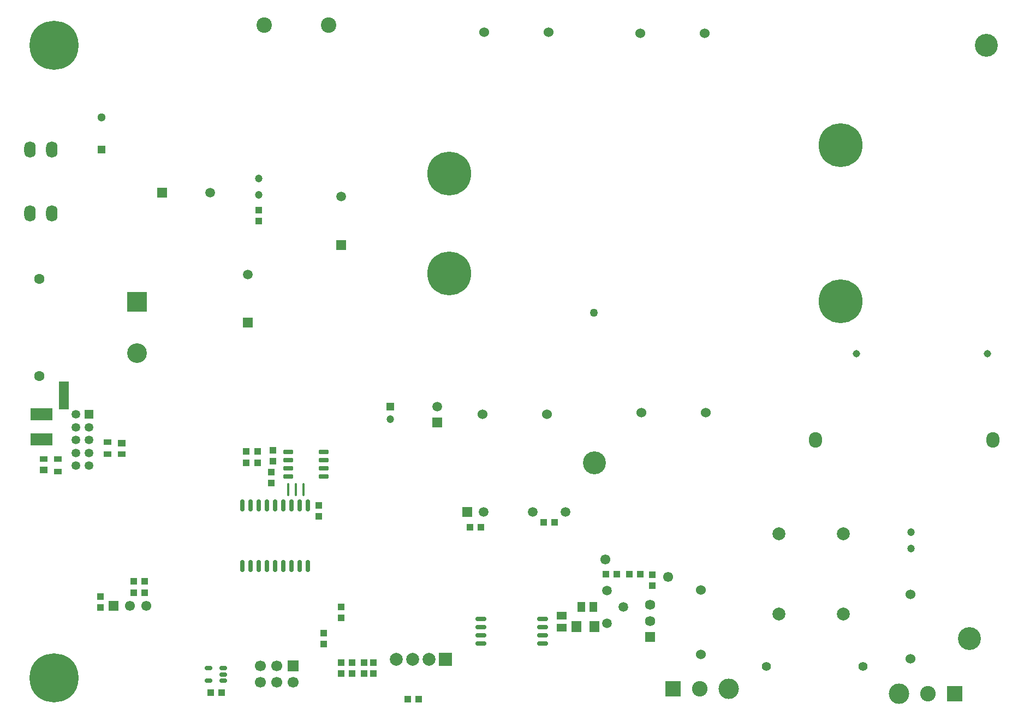
<source format=gbr>
%TF.GenerationSoftware,Altium Limited,Altium Designer,20.0.13 (296)*%
G04 Layer_Color=255*
%FSLAX26Y26*%
%MOIN*%
%TF.FileFunction,Pads,Bot*%
%TF.Part,Single*%
G01*
G75*
%TA.AperFunction,SMDPad,CuDef*%
%ADD18R,0.043000X0.039000*%
%ADD19R,0.039000X0.043000*%
%ADD20R,0.051181X0.059055*%
%ADD21R,0.059055X0.051181*%
%ADD23R,0.043307X0.039370*%
%ADD24R,0.039370X0.043307*%
%TA.AperFunction,ComponentPad*%
%ADD50O,0.070000X0.100000*%
%ADD51C,0.058661*%
%ADD52R,0.066929X0.066929*%
%ADD53C,0.066929*%
%ADD54C,0.050000*%
%ADD55C,0.267716*%
%ADD56C,0.061024*%
%ADD57C,0.125000*%
%ADD58C,0.095000*%
%ADD59R,0.095000X0.095000*%
%ADD60R,0.120000X0.120000*%
%ADD61C,0.120000*%
%ADD62C,0.063000*%
%ADD63C,0.078740*%
%ADD64R,0.078740X0.078740*%
%ADD65R,0.061024X0.061024*%
%ADD66C,0.140000*%
%ADD67C,0.053150*%
%ADD68R,0.053150X0.053150*%
%ADD69C,0.047244*%
%ADD70C,0.059370*%
%ADD71R,0.059370X0.059370*%
%ADD72C,0.059055*%
%ADD73R,0.059055X0.059055*%
%ADD74R,0.051181X0.051181*%
%ADD75C,0.051181*%
%ADD76C,0.045000*%
%ADD77C,0.300000*%
%ADD78R,0.047244X0.047244*%
%ADD79R,0.062598X0.062598*%
%ADD80C,0.062598*%
%ADD81C,0.055118*%
%ADD82O,0.080000X0.095000*%
%ADD83C,0.060000*%
%ADD84R,0.059370X0.059370*%
%ADD85C,0.094488*%
%ADD86R,0.059055X0.059055*%
%TA.AperFunction,SMDPad,CuDef*%
G04:AMPARAMS|DCode=89|XSize=65.402mil|YSize=23.5mil|CornerRadius=5.875mil|HoleSize=0mil|Usage=FLASHONLY|Rotation=0.000|XOffset=0mil|YOffset=0mil|HoleType=Round|Shape=RoundedRectangle|*
%AMROUNDEDRECTD89*
21,1,0.065402,0.011750,0,0,0.0*
21,1,0.053652,0.023500,0,0,0.0*
1,1,0.011750,0.026826,-0.005875*
1,1,0.011750,-0.026826,-0.005875*
1,1,0.011750,-0.026826,0.005875*
1,1,0.011750,0.026826,0.005875*
%
%ADD89ROUNDEDRECTD89*%
G04:AMPARAMS|DCode=90|XSize=23.622mil|YSize=74.803mil|CornerRadius=5.906mil|HoleSize=0mil|Usage=FLASHONLY|Rotation=180.000|XOffset=0mil|YOffset=0mil|HoleType=Round|Shape=RoundedRectangle|*
%AMROUNDEDRECTD90*
21,1,0.023622,0.062992,0,0,180.0*
21,1,0.011811,0.074803,0,0,180.0*
1,1,0.011811,-0.005906,0.031496*
1,1,0.011811,0.005906,0.031496*
1,1,0.011811,0.005906,-0.031496*
1,1,0.011811,-0.005906,-0.031496*
%
%ADD90ROUNDEDRECTD90*%
G04:AMPARAMS|DCode=91|XSize=15.748mil|YSize=78.74mil|CornerRadius=3.937mil|HoleSize=0mil|Usage=FLASHONLY|Rotation=180.000|XOffset=0mil|YOffset=0mil|HoleType=Round|Shape=RoundedRectangle|*
%AMROUNDEDRECTD91*
21,1,0.015748,0.070866,0,0,180.0*
21,1,0.007874,0.078740,0,0,180.0*
1,1,0.007874,-0.003937,0.035433*
1,1,0.007874,0.003937,0.035433*
1,1,0.007874,0.003937,-0.035433*
1,1,0.007874,-0.003937,-0.035433*
%
%ADD91ROUNDEDRECTD91*%
G04:AMPARAMS|DCode=92|XSize=23.622mil|YSize=47.244mil|CornerRadius=5.906mil|HoleSize=0mil|Usage=FLASHONLY|Rotation=90.000|XOffset=0mil|YOffset=0mil|HoleType=Round|Shape=RoundedRectangle|*
%AMROUNDEDRECTD92*
21,1,0.023622,0.035433,0,0,90.0*
21,1,0.011811,0.047244,0,0,90.0*
1,1,0.011811,0.017717,0.005906*
1,1,0.011811,0.017717,-0.005906*
1,1,0.011811,-0.017717,-0.005906*
1,1,0.011811,-0.017717,0.005906*
%
%ADD92ROUNDEDRECTD92*%
%ADD93R,0.062992X0.070866*%
%ADD94R,0.133858X0.074803*%
%ADD95R,0.051181X0.043307*%
%ADD96R,0.051181X0.035433*%
G04:AMPARAMS|DCode=97|XSize=23.622mil|YSize=57.087mil|CornerRadius=2.008mil|HoleSize=0mil|Usage=FLASHONLY|Rotation=90.000|XOffset=0mil|YOffset=0mil|HoleType=Round|Shape=RoundedRectangle|*
%AMROUNDEDRECTD97*
21,1,0.023622,0.053071,0,0,90.0*
21,1,0.019606,0.057087,0,0,90.0*
1,1,0.004016,0.026535,0.009803*
1,1,0.004016,0.026535,-0.009803*
1,1,0.004016,-0.026535,-0.009803*
1,1,0.004016,-0.026535,0.009803*
%
%ADD97ROUNDEDRECTD97*%
%ADD98R,0.060000X0.060000*%
%ADD99R,0.060000X0.120000*%
D18*
X3760032Y853000D02*
D03*
X3826961D02*
D03*
X1269055Y132401D02*
D03*
X1202126D02*
D03*
X1420906Y1535000D02*
D03*
X1487835D02*
D03*
X1420906Y1605000D02*
D03*
X1487835D02*
D03*
X3615535Y853000D02*
D03*
X3682465D02*
D03*
D19*
X2065000Y314094D02*
D03*
Y247165D02*
D03*
X2000000Y313464D02*
D03*
Y246535D02*
D03*
X1892677Y427411D02*
D03*
Y494340D02*
D03*
X2138740Y246536D02*
D03*
Y313465D02*
D03*
X2195630Y246536D02*
D03*
Y313465D02*
D03*
X3900000Y852000D02*
D03*
Y785071D02*
D03*
X1495000Y3011535D02*
D03*
Y3078465D02*
D03*
D20*
X3539401Y653425D02*
D03*
X3464598D02*
D03*
D21*
X3345000Y527598D02*
D03*
Y602402D02*
D03*
D23*
X798465Y740000D02*
D03*
X731535D02*
D03*
X798465Y810000D02*
D03*
X731535D02*
D03*
X2406083Y90000D02*
D03*
X2473012D02*
D03*
X2786535Y1140000D02*
D03*
X2853465D02*
D03*
X3303465Y1170000D02*
D03*
X3236535D02*
D03*
D24*
X531000Y650535D02*
D03*
Y717465D02*
D03*
X1863110Y1206142D02*
D03*
Y1273071D02*
D03*
X2000000Y653465D02*
D03*
Y586535D02*
D03*
X1574370Y1476654D02*
D03*
Y1409725D02*
D03*
X1584370Y1610532D02*
D03*
Y1543602D02*
D03*
D50*
X100000Y3058561D02*
D03*
Y3449112D02*
D03*
X233858Y3058561D02*
D03*
Y3449112D02*
D03*
D51*
X3622000Y755000D02*
D03*
X3722000Y655000D02*
D03*
X3622000Y555000D02*
D03*
D52*
X1705000Y295000D02*
D03*
D53*
Y195000D02*
D03*
X1605000Y295000D02*
D03*
Y195000D02*
D03*
X1505000Y295000D02*
D03*
Y195000D02*
D03*
D54*
X3542209Y2452601D02*
D03*
D55*
X5050000Y2520000D02*
D03*
Y3475000D02*
D03*
X2660000Y3300000D02*
D03*
Y2690000D02*
D03*
D56*
X3613000Y945000D02*
D03*
X3995000Y838000D02*
D03*
X808032Y661417D02*
D03*
X708032D02*
D03*
D57*
X4365004Y155000D02*
D03*
X5407004Y125000D02*
D03*
D58*
X4190000Y155000D02*
D03*
X5582008Y125000D02*
D03*
D59*
X4027008Y155000D02*
D03*
X5745000Y125000D02*
D03*
D60*
X753000Y2516405D02*
D03*
D61*
Y2204595D02*
D03*
D62*
X155000Y2065000D02*
D03*
Y2656000D02*
D03*
D63*
X2335630Y335000D02*
D03*
X2535630D02*
D03*
X2435630D02*
D03*
X5065000Y1102126D02*
D03*
Y610000D02*
D03*
X4671299Y1102126D02*
D03*
Y610000D02*
D03*
D64*
X2635630Y335000D02*
D03*
D65*
X608032Y661417D02*
D03*
D66*
X3545000Y1535000D02*
D03*
X5835000Y460000D02*
D03*
X5940000Y4085000D02*
D03*
D67*
X458740Y1752480D02*
D03*
Y1673740D02*
D03*
X380000Y1752480D02*
D03*
Y1831220D02*
D03*
Y1673740D02*
D03*
X458740Y1516260D02*
D03*
Y1595000D02*
D03*
X380000Y1516260D02*
D03*
Y1595000D02*
D03*
D68*
X458740Y1831220D02*
D03*
D69*
X1495000Y3170000D02*
D03*
Y3270000D02*
D03*
X2300000Y1800000D02*
D03*
X5480000Y1110000D02*
D03*
Y1010000D02*
D03*
D70*
X3370000Y1233150D02*
D03*
X2870000D02*
D03*
X3170000D02*
D03*
X2585669Y1879213D02*
D03*
D71*
X2770000Y1233150D02*
D03*
D72*
X2000000Y3160276D02*
D03*
X1430000Y2685276D02*
D03*
X1200000Y3185000D02*
D03*
D73*
X2000000Y2865000D02*
D03*
X1430000Y2390000D02*
D03*
D74*
X535000Y3448150D02*
D03*
D75*
Y3645000D02*
D03*
D76*
X5145000Y2200000D02*
D03*
X5945394D02*
D03*
D77*
X245000Y220000D02*
D03*
Y4085000D02*
D03*
D78*
X2300000Y1878740D02*
D03*
D79*
X3887000Y470575D02*
D03*
D80*
Y667425D02*
D03*
Y569000D02*
D03*
D81*
X4594449Y290000D02*
D03*
X5185000D02*
D03*
D82*
X5980000Y1675000D02*
D03*
X4897323D02*
D03*
D83*
X3256850Y1830000D02*
D03*
X2863150D02*
D03*
X4195793Y363150D02*
D03*
Y756850D02*
D03*
X4220000Y4157500D02*
D03*
X3826299D02*
D03*
X3266850Y4165000D02*
D03*
X2873150D02*
D03*
X5475000Y731850D02*
D03*
Y338150D02*
D03*
X4226850Y1840000D02*
D03*
X3833150D02*
D03*
D84*
X2585669Y1780787D02*
D03*
D85*
X1921701Y4208000D02*
D03*
X1528000D02*
D03*
D86*
X904724Y3185000D02*
D03*
D89*
X3228189Y430000D02*
D03*
Y480000D02*
D03*
Y530000D02*
D03*
Y580000D02*
D03*
X2851811D02*
D03*
Y530000D02*
D03*
Y480000D02*
D03*
Y430000D02*
D03*
D90*
X1395000Y1275039D02*
D03*
X1445000D02*
D03*
X1495000D02*
D03*
X1545000D02*
D03*
X1595000D02*
D03*
X1645000D02*
D03*
X1695000D02*
D03*
X1745000D02*
D03*
X1795000D02*
D03*
X1395000Y904961D02*
D03*
X1445000D02*
D03*
X1495000D02*
D03*
X1545000D02*
D03*
X1595000D02*
D03*
X1645000D02*
D03*
X1695000D02*
D03*
X1745000D02*
D03*
X1795000D02*
D03*
D91*
X1769433Y1370000D02*
D03*
X1722189D02*
D03*
X1674945D02*
D03*
D92*
X1280866Y279803D02*
D03*
Y242401D02*
D03*
Y205000D02*
D03*
X1190315D02*
D03*
Y279803D02*
D03*
D93*
X3545118Y535130D02*
D03*
X3434882D02*
D03*
D94*
X170000Y1831772D02*
D03*
Y1678228D02*
D03*
D95*
X658307Y1654528D02*
D03*
X181693Y1490472D02*
D03*
D96*
X658307Y1587598D02*
D03*
X571693Y1662402D02*
D03*
Y1587598D02*
D03*
X268307Y1482598D02*
D03*
Y1557402D02*
D03*
X181693D02*
D03*
D97*
X1891653Y1600000D02*
D03*
Y1550000D02*
D03*
Y1500000D02*
D03*
Y1450000D02*
D03*
X1677087Y1600000D02*
D03*
Y1500000D02*
D03*
Y1550000D02*
D03*
Y1450000D02*
D03*
D98*
X305000Y1890000D02*
D03*
D99*
Y1970000D02*
D03*
%TF.MD5,684ace3b734b6467606d0fcaf5a82c46*%
M02*

</source>
